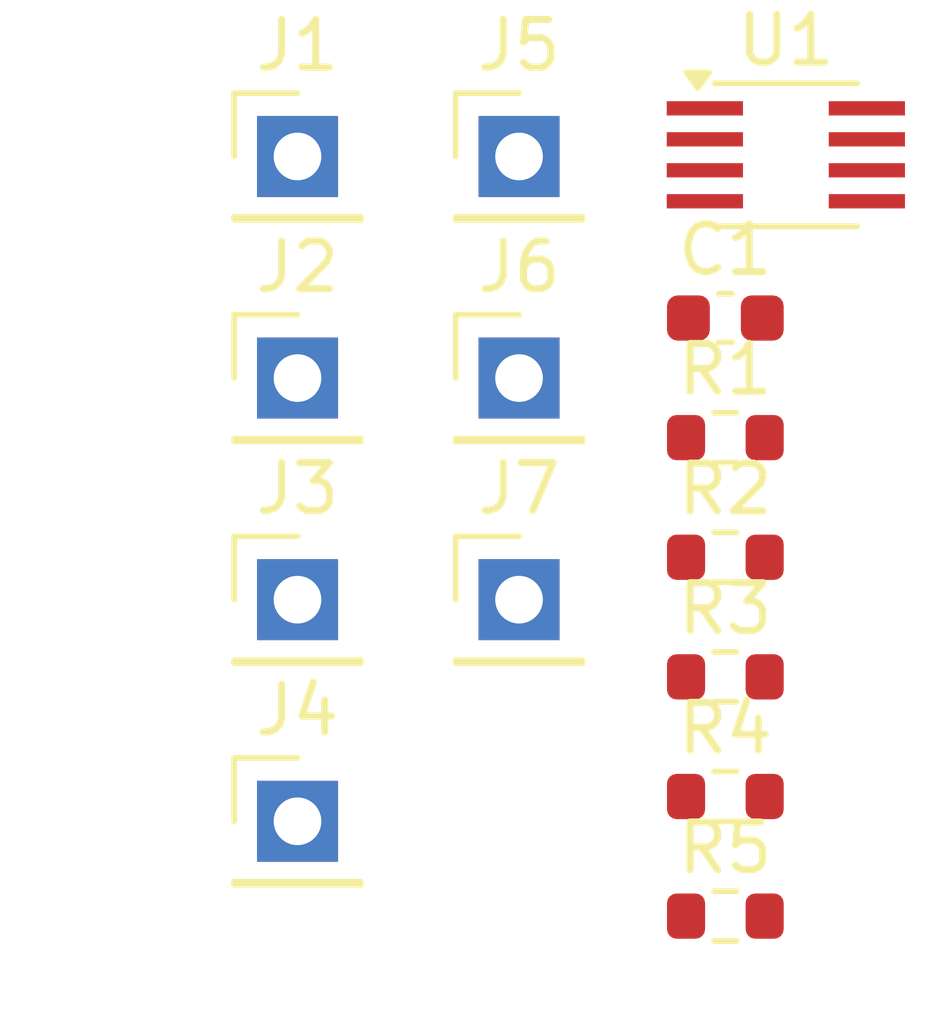
<source format=kicad_pcb>
(kicad_pcb (version 20240108) (generator "pcbnew") (generator_version "8.0")
  (title_block (title "Level Shifter I2C") (date "2024-05-28") (rev "1.0") (company "pull-up.dev"))
  (layers (0 "F.Cu" signal) (31 "B.Cu" signal) (34 "B.Paste" user) (35 "F.Paste" user) (36 "B.SilkS" user "B.Silkscreen") (37 "F.SilkS" user "F.Silkscreen") (38 "B.Mask" user) (39 "F.Mask" user) (44 "Edge.Cuts" user))
  (net 0 "")
  (net 1 "GND")
  (net 2 "/VREF2")
  (net 3 "VDD1")
  (net 4 "VDD2")
  (net 5 "Net-(J3-Pin_1)")
  (net 6 "Net-(J4-Pin_1)")
  (net 7 "Net-(J5-Pin_1)")
  (net 8 "Net-(J6-Pin_1)")
  (footprint "Connector_PinHeader_2.54mm:PinHeader_1x01_P2.54mm_Vertical" (layer "F.Cu") (at 258.995 96.56)
    (property "Reference" "J3" (at 0 -2.33 0) (layer "F.SilkS"))
    (property "Value" "Conn_01x01_Pin")
    (fp_line (start -1.33 -1.33) (end 0 -1.33) (stroke (width 0.12)) (layer "F.SilkS"))
    (fp_line (start -1.33 0) (end -1.33 -1.33) (stroke (width 0.12)) (layer "F.SilkS"))
    (fp_line (start -1.33 1.27) (end -1.33 1.33) (stroke (width 0.12)) (layer "F.SilkS"))
    (fp_line (start -1.33 1.27) (end 1.33 1.27) (stroke (width 0.12)) (layer "F.SilkS"))
    (fp_line (start -1.33 1.33) (end 1.33 1.33) (stroke (width 0.12)) (layer "F.SilkS"))
    (fp_line (start 1.33 1.27) (end 1.33 1.33) (stroke (width 0.12)) (layer "F.SilkS"))
    (pad "1" thru_hole rect (at 0 0) (size 1.7 1.7) (drill 1) (layers "*.Cu" "*.Mask") (net 5 "Net-(J3-Pin_1)"))
  )
  (footprint "Resistor_SMD:R_0603_1608Metric" (layer "F.Cu") (at 267.975 100.69)
    (property "Reference" "R4" (at 0 -1.43 0) (layer "F.SilkS"))
    (property "Value" "NA")
    (fp_line (start -0.237258 -0.5225) (end 0.237258 -0.5225) (stroke (width 0.12)) (layer "F.SilkS"))
    (fp_line (start -0.237258 0.5225) (end 0.237258 0.5225) (stroke (width 0.12)) (layer "F.SilkS"))
    (pad "1" smd roundrect (at -0.825 0) (size 0.8 0.95) (layers "F.Cu" "F.Paste" "F.Mask") (net 4 "VDD2"))
    (pad "2" smd roundrect (at 0.825 0) (size 0.8 0.95) (layers "F.Cu" "F.Paste" "F.Mask") (net 6 "Net-(J4-Pin_1)"))
  )
  (footprint "Connector_PinHeader_2.54mm:PinHeader_1x01_P2.54mm_Vertical" (layer "F.Cu") (at 263.645 96.56)
    (property "Reference" "J7" (at 0 -2.33 0) (layer "F.SilkS"))
    (property "Value" "Conn_01x01_Pin")
    (fp_line (start -1.33 -1.33) (end 0 -1.33) (stroke (width 0.12)) (layer "F.SilkS"))
    (fp_line (start -1.33 0) (end -1.33 -1.33) (stroke (width 0.12)) (layer "F.SilkS"))
    (fp_line (start -1.33 1.27) (end -1.33 1.33) (stroke (width 0.12)) (layer "F.SilkS"))
    (fp_line (start -1.33 1.27) (end 1.33 1.27) (stroke (width 0.12)) (layer "F.SilkS"))
    (fp_line (start -1.33 1.33) (end 1.33 1.33) (stroke (width 0.12)) (layer "F.SilkS"))
    (fp_line (start 1.33 1.27) (end 1.33 1.33) (stroke (width 0.12)) (layer "F.SilkS"))
    (pad "1" thru_hole rect (at 0 0) (size 1.7 1.7) (drill 1) (layers "*.Cu" "*.Mask") (net 1 "GND"))
  )
  (footprint "Resistor_SMD:R_0603_1608Metric" (layer "F.Cu") (at 267.975 93.16)
    (property "Reference" "R1" (at 0 -1.43 0) (layer "F.SilkS"))
    (property "Value" "200k")
    (fp_line (start -0.237258 -0.5225) (end 0.237258 -0.5225) (stroke (width 0.12)) (layer "F.SilkS"))
    (fp_line (start -0.237258 0.5225) (end 0.237258 0.5225) (stroke (width 0.12)) (layer "F.SilkS"))
    (pad "1" smd roundrect (at -0.825 0) (size 0.8 0.95) (layers "F.Cu" "F.Paste" "F.Mask") (net 4 "VDD2"))
    (pad "2" smd roundrect (at 0.825 0) (size 0.8 0.95) (layers "F.Cu" "F.Paste" "F.Mask") (net 2 "/VREF2"))
  )
  (footprint "Resistor_SMD:R_0603_1608Metric" (layer "F.Cu") (at 267.975 95.67)
    (property "Reference" "R2" (at 0 -1.43 0) (layer "F.SilkS"))
    (property "Value" "NA")
    (fp_line (start -0.237258 -0.5225) (end 0.237258 -0.5225) (stroke (width 0.12)) (layer "F.SilkS"))
    (fp_line (start -0.237258 0.5225) (end 0.237258 0.5225) (stroke (width 0.12)) (layer "F.SilkS"))
    (pad "1" smd roundrect (at -0.825 0) (size 0.8 0.95) (layers "F.Cu" "F.Paste" "F.Mask") (net 3 "VDD1"))
    (pad "2" smd roundrect (at 0.825 0) (size 0.8 0.95) (layers "F.Cu" "F.Paste" "F.Mask") (net 5 "Net-(J3-Pin_1)"))
  )
  (footprint "Connector_PinHeader_2.54mm:PinHeader_1x01_P2.54mm_Vertical" (layer "F.Cu") (at 263.645 87.26)
    (property "Reference" "J5" (at 0 -2.33 0) (layer "F.SilkS"))
    (property "Value" "Conn_01x01_Pin")
    (fp_line (start -1.33 -1.33) (end 0 -1.33) (stroke (width 0.12)) (layer "F.SilkS"))
    (fp_line (start -1.33 0) (end -1.33 -1.33) (stroke (width 0.12)) (layer "F.SilkS"))
    (fp_line (start -1.33 1.27) (end -1.33 1.33) (stroke (width 0.12)) (layer "F.SilkS"))
    (fp_line (start -1.33 1.27) (end 1.33 1.27) (stroke (width 0.12)) (layer "F.SilkS"))
    (fp_line (start -1.33 1.33) (end 1.33 1.33) (stroke (width 0.12)) (layer "F.SilkS"))
    (fp_line (start 1.33 1.27) (end 1.33 1.33) (stroke (width 0.12)) (layer "F.SilkS"))
    (pad "1" thru_hole rect (at 0 0) (size 1.7 1.7) (drill 1) (layers "*.Cu" "*.Mask") (net 7 "Net-(J5-Pin_1)"))
  )
  (footprint "Connector_PinHeader_2.54mm:PinHeader_1x01_P2.54mm_Vertical" (layer "F.Cu") (at 258.995 101.21)
    (property "Reference" "J4" (at 0 -2.33 0) (layer "F.SilkS"))
    (property "Value" "Conn_01x01_Pin")
    (fp_line (start -1.33 -1.33) (end 0 -1.33) (stroke (width 0.12)) (layer "F.SilkS"))
    (fp_line (start -1.33 0) (end -1.33 -1.33) (stroke (width 0.12)) (layer "F.SilkS"))
    (fp_line (start -1.33 1.27) (end -1.33 1.33) (stroke (width 0.12)) (layer "F.SilkS"))
    (fp_line (start -1.33 1.27) (end 1.33 1.27) (stroke (width 0.12)) (layer "F.SilkS"))
    (fp_line (start -1.33 1.33) (end 1.33 1.33) (stroke (width 0.12)) (layer "F.SilkS"))
    (fp_line (start 1.33 1.27) (end 1.33 1.33) (stroke (width 0.12)) (layer "F.SilkS"))
    (pad "1" thru_hole rect (at 0 0) (size 1.7 1.7) (drill 1) (layers "*.Cu" "*.Mask") (net 6 "Net-(J4-Pin_1)"))
  )
  (footprint "Connector_PinHeader_2.54mm:PinHeader_1x01_P2.54mm_Vertical" (layer "F.Cu") (at 263.645 91.91)
    (property "Reference" "J6" (at 0 -2.33 0) (layer "F.SilkS"))
    (property "Value" "Conn_01x01_Pin")
    (fp_line (start -1.33 -1.33) (end 0 -1.33) (stroke (width 0.12)) (layer "F.SilkS"))
    (fp_line (start -1.33 0) (end -1.33 -1.33) (stroke (width 0.12)) (layer "F.SilkS"))
    (fp_line (start -1.33 1.27) (end -1.33 1.33) (stroke (width 0.12)) (layer "F.SilkS"))
    (fp_line (start -1.33 1.27) (end 1.33 1.27) (stroke (width 0.12)) (layer "F.SilkS"))
    (fp_line (start -1.33 1.33) (end 1.33 1.33) (stroke (width 0.12)) (layer "F.SilkS"))
    (fp_line (start 1.33 1.27) (end 1.33 1.33) (stroke (width 0.12)) (layer "F.SilkS"))
    (pad "1" thru_hole rect (at 0 0) (size 1.7 1.7) (drill 1) (layers "*.Cu" "*.Mask") (net 8 "Net-(J6-Pin_1)"))
  )
  (footprint "Connector_PinHeader_2.54mm:PinHeader_1x01_P2.54mm_Vertical" (layer "F.Cu") (at 258.995 91.91)
    (property "Reference" "J2" (at 0 -2.33 0) (layer "F.SilkS"))
    (property "Value" "Conn_01x01_Pin")
    (fp_line (start -1.33 -1.33) (end 0 -1.33) (stroke (width 0.12)) (layer "F.SilkS"))
    (fp_line (start -1.33 0) (end -1.33 -1.33) (stroke (width 0.12)) (layer "F.SilkS"))
    (fp_line (start -1.33 1.27) (end -1.33 1.33) (stroke (width 0.12)) (layer "F.SilkS"))
    (fp_line (start -1.33 1.27) (end 1.33 1.27) (stroke (width 0.12)) (layer "F.SilkS"))
    (fp_line (start -1.33 1.33) (end 1.33 1.33) (stroke (width 0.12)) (layer "F.SilkS"))
    (fp_line (start 1.33 1.27) (end 1.33 1.33) (stroke (width 0.12)) (layer "F.SilkS"))
    (pad "1" thru_hole rect (at 0 0) (size 1.7 1.7) (drill 1) (layers "*.Cu" "*.Mask") (net 4 "VDD2"))
  )
  (footprint "Capacitor_SMD:C_0603_1608Metric" (layer "F.Cu") (at 267.975 90.65)
    (property "Reference" "C1" (at 0 -1.43 0) (layer "F.SilkS"))
    (property "Value" "100p")
    (fp_line (start -0.14058 -0.51) (end 0.14058 -0.51) (stroke (width 0.12)) (layer "F.SilkS"))
    (fp_line (start -0.14058 0.51) (end 0.14058 0.51) (stroke (width 0.12)) (layer "F.SilkS"))
    (pad "1" smd roundrect (at -0.775 0) (size 0.9 0.95) (layers "F.Cu" "F.Paste" "F.Mask") (net 2 "/VREF2"))
    (pad "2" smd roundrect (at 0.775 0) (size 0.9 0.95) (layers "F.Cu" "F.Paste" "F.Mask") (net 1 "GND"))
  )
  (footprint "Resistor_SMD:R_0603_1608Metric" (layer "F.Cu") (at 267.975 103.2)
    (property "Reference" "R5" (at 0 -1.43 0) (layer "F.SilkS"))
    (property "Value" "NA")
    (fp_line (start -0.237258 -0.5225) (end 0.237258 -0.5225) (stroke (width 0.12)) (layer "F.SilkS"))
    (fp_line (start -0.237258 0.5225) (end 0.237258 0.5225) (stroke (width 0.12)) (layer "F.SilkS"))
    (pad "1" smd roundrect (at -0.825 0) (size 0.8 0.95) (layers "F.Cu" "F.Paste" "F.Mask") (net 4 "VDD2"))
    (pad "2" smd roundrect (at 0.825 0) (size 0.8 0.95) (layers "F.Cu" "F.Paste" "F.Mask") (net 8 "Net-(J6-Pin_1)"))
  )
  (footprint "Resistor_SMD:R_0603_1608Metric" (layer "F.Cu") (at 267.975 98.18)
    (property "Reference" "R3" (at 0 -1.43 0) (layer "F.SilkS"))
    (property "Value" "NA")
    (fp_line (start -0.237258 -0.5225) (end 0.237258 -0.5225) (stroke (width 0.12)) (layer "F.SilkS"))
    (fp_line (start -0.237258 0.5225) (end 0.237258 0.5225) (stroke (width 0.12)) (layer "F.SilkS"))
    (pad "1" smd roundrect (at -0.825 0) (size 0.8 0.95) (layers "F.Cu" "F.Paste" "F.Mask") (net 3 "VDD1"))
    (pad "2" smd roundrect (at 0.825 0) (size 0.8 0.95) (layers "F.Cu" "F.Paste" "F.Mask") (net 7 "Net-(J5-Pin_1)"))
  )
  (footprint "Package_SO:SSOP-8_2.95x2.8mm_P0.65mm" (layer "F.Cu") (at 269.245 87.225)
    (property "Reference" "U1" (at 0 -2.4 0) (layer "F.SilkS"))
    (property "Value" "PCA9306")
    (fp_line (start 1.5 -1.5) (end -1.5 -1.5) (stroke (width 0.12)) (layer "F.SilkS"))
    (fp_line (start 1.5 1.5) (end -1.5 1.5) (stroke (width 0.12)) (layer "F.SilkS"))
    (fp_poly (pts (xy -1.85 -1.4) (xy -2.09 -1.73) (xy -1.61 -1.73) (xy -1.85 -1.4)) (stroke (width 0.12)) (fill solid) (layer "F.SilkS"))
    (pad "1" smd rect (at -1.7 -0.975 270) (size 0.3 1.6) (layers "F.Cu" "F.Paste" "F.Mask") (net 1 "GND"))
    (pad "2" smd rect (at -1.7 -0.325 270) (size 0.3 1.6) (layers "F.Cu" "F.Paste" "F.Mask") (net 3 "VDD1"))
    (pad "3" smd rect (at -1.7 0.325 270) (size 0.3 1.6) (layers "F.Cu" "F.Paste" "F.Mask") (net 5 "Net-(J3-Pin_1)"))
    (pad "4" smd rect (at -1.7 0.975 270) (size 0.3 1.6) (layers "F.Cu" "F.Paste" "F.Mask") (net 7 "Net-(J5-Pin_1)"))
    (pad "5" smd rect (at 1.7 0.975 270) (size 0.3 1.6) (layers "F.Cu" "F.Paste" "F.Mask") (net 8 "Net-(J6-Pin_1)"))
    (pad "6" smd rect (at 1.7 0.325 270) (size 0.3 1.6) (layers "F.Cu" "F.Paste" "F.Mask") (net 6 "Net-(J4-Pin_1)"))
    (pad "7" smd rect (at 1.7 -0.325 270) (size 0.3 1.6) (layers "F.Cu" "F.Paste" "F.Mask") (net 2 "/VREF2"))
    (pad "8" smd rect (at 1.7 -0.975 270) (size 0.3 1.6) (layers "F.Cu" "F.Paste" "F.Mask") (net 2 "/VREF2"))
  )
  (footprint "Connector_PinHeader_2.54mm:PinHeader_1x01_P2.54mm_Vertical" (layer "F.Cu") (at 258.995 87.26)
    (property "Reference" "J1" (at 0 -2.33 0) (layer "F.SilkS"))
    (property "Value" "Conn_01x01_Pin")
    (fp_line (start -1.33 -1.33) (end 0 -1.33) (stroke (width 0.12)) (layer "F.SilkS"))
    (fp_line (start -1.33 0) (end -1.33 -1.33) (stroke (width 0.12)) (layer "F.SilkS"))
    (fp_line (start -1.33 1.27) (end -1.33 1.33) (stroke (width 0.12)) (layer "F.SilkS"))
    (fp_line (start -1.33 1.27) (end 1.33 1.27) (stroke (width 0.12)) (layer "F.SilkS"))
    (fp_line (start -1.33 1.33) (end 1.33 1.33) (stroke (width 0.12)) (layer "F.SilkS"))
    (fp_line (start 1.33 1.27) (end 1.33 1.33) (stroke (width 0.12)) (layer "F.SilkS"))
    (pad "1" thru_hole rect (at 0 0) (size 1.7 1.7) (drill 1) (layers "*.Cu" "*.Mask") (net 3 "VDD1"))
  )
)
</source>
